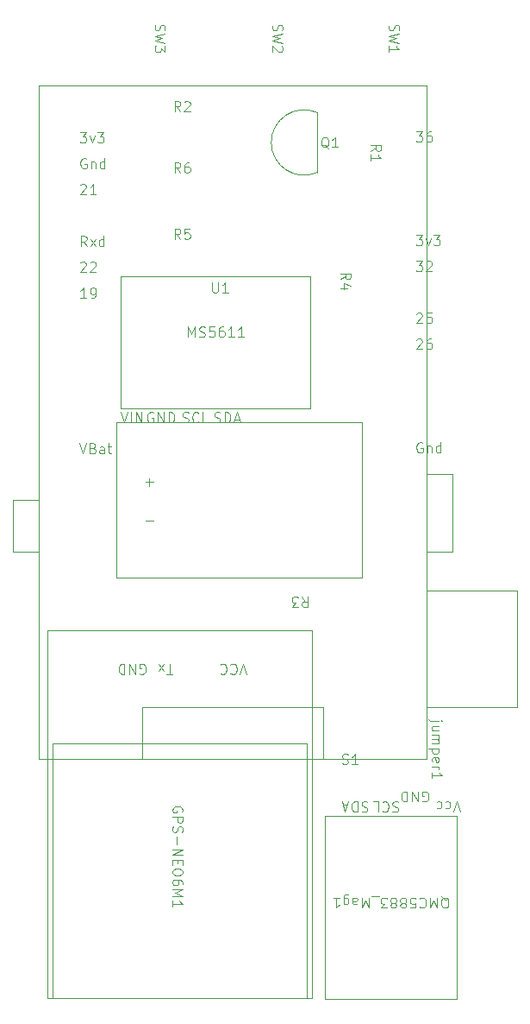
<source format=gbr>
%TF.GenerationSoftware,KiCad,Pcbnew,7.0.11+dfsg-1build4*%
%TF.CreationDate,2025-02-25T03:32:25+01:00*%
%TF.ProjectId,BertheVario213-Shema,42657274-6865-4566-9172-696f3231332d,1.11*%
%TF.SameCoordinates,Original*%
%TF.FileFunction,Legend,Top*%
%TF.FilePolarity,Positive*%
%FSLAX46Y46*%
G04 Gerber Fmt 4.6, Leading zero omitted, Abs format (unit mm)*
G04 Created by KiCad (PCBNEW 7.0.11+dfsg-1build4) date 2025-02-25 03:32:25*
%MOMM*%
%LPD*%
G01*
G04 APERTURE LIST*
%ADD10C,0.100000*%
G04 APERTURE END LIST*
D10*
X151238095Y-135909800D02*
X151380952Y-135957419D01*
X151380952Y-135957419D02*
X151619047Y-135957419D01*
X151619047Y-135957419D02*
X151714285Y-135909800D01*
X151714285Y-135909800D02*
X151761904Y-135862180D01*
X151761904Y-135862180D02*
X151809523Y-135766942D01*
X151809523Y-135766942D02*
X151809523Y-135671704D01*
X151809523Y-135671704D02*
X151761904Y-135576466D01*
X151761904Y-135576466D02*
X151714285Y-135528847D01*
X151714285Y-135528847D02*
X151619047Y-135481228D01*
X151619047Y-135481228D02*
X151428571Y-135433609D01*
X151428571Y-135433609D02*
X151333333Y-135385990D01*
X151333333Y-135385990D02*
X151285714Y-135338371D01*
X151285714Y-135338371D02*
X151238095Y-135243133D01*
X151238095Y-135243133D02*
X151238095Y-135147895D01*
X151238095Y-135147895D02*
X151285714Y-135052657D01*
X151285714Y-135052657D02*
X151333333Y-135005038D01*
X151333333Y-135005038D02*
X151428571Y-134957419D01*
X151428571Y-134957419D02*
X151666666Y-134957419D01*
X151666666Y-134957419D02*
X151809523Y-135005038D01*
X152761904Y-135957419D02*
X152190476Y-135957419D01*
X152476190Y-135957419D02*
X152476190Y-134957419D01*
X152476190Y-134957419D02*
X152380952Y-135100276D01*
X152380952Y-135100276D02*
X152285714Y-135195514D01*
X152285714Y-135195514D02*
X152190476Y-135243133D01*
X136095714Y-94059419D02*
X136095714Y-93059419D01*
X136095714Y-93059419D02*
X136429047Y-93773704D01*
X136429047Y-93773704D02*
X136762380Y-93059419D01*
X136762380Y-93059419D02*
X136762380Y-94059419D01*
X137190952Y-94011800D02*
X137333809Y-94059419D01*
X137333809Y-94059419D02*
X137571904Y-94059419D01*
X137571904Y-94059419D02*
X137667142Y-94011800D01*
X137667142Y-94011800D02*
X137714761Y-93964180D01*
X137714761Y-93964180D02*
X137762380Y-93868942D01*
X137762380Y-93868942D02*
X137762380Y-93773704D01*
X137762380Y-93773704D02*
X137714761Y-93678466D01*
X137714761Y-93678466D02*
X137667142Y-93630847D01*
X137667142Y-93630847D02*
X137571904Y-93583228D01*
X137571904Y-93583228D02*
X137381428Y-93535609D01*
X137381428Y-93535609D02*
X137286190Y-93487990D01*
X137286190Y-93487990D02*
X137238571Y-93440371D01*
X137238571Y-93440371D02*
X137190952Y-93345133D01*
X137190952Y-93345133D02*
X137190952Y-93249895D01*
X137190952Y-93249895D02*
X137238571Y-93154657D01*
X137238571Y-93154657D02*
X137286190Y-93107038D01*
X137286190Y-93107038D02*
X137381428Y-93059419D01*
X137381428Y-93059419D02*
X137619523Y-93059419D01*
X137619523Y-93059419D02*
X137762380Y-93107038D01*
X138667142Y-93059419D02*
X138190952Y-93059419D01*
X138190952Y-93059419D02*
X138143333Y-93535609D01*
X138143333Y-93535609D02*
X138190952Y-93487990D01*
X138190952Y-93487990D02*
X138286190Y-93440371D01*
X138286190Y-93440371D02*
X138524285Y-93440371D01*
X138524285Y-93440371D02*
X138619523Y-93487990D01*
X138619523Y-93487990D02*
X138667142Y-93535609D01*
X138667142Y-93535609D02*
X138714761Y-93630847D01*
X138714761Y-93630847D02*
X138714761Y-93868942D01*
X138714761Y-93868942D02*
X138667142Y-93964180D01*
X138667142Y-93964180D02*
X138619523Y-94011800D01*
X138619523Y-94011800D02*
X138524285Y-94059419D01*
X138524285Y-94059419D02*
X138286190Y-94059419D01*
X138286190Y-94059419D02*
X138190952Y-94011800D01*
X138190952Y-94011800D02*
X138143333Y-93964180D01*
X139571904Y-93059419D02*
X139381428Y-93059419D01*
X139381428Y-93059419D02*
X139286190Y-93107038D01*
X139286190Y-93107038D02*
X139238571Y-93154657D01*
X139238571Y-93154657D02*
X139143333Y-93297514D01*
X139143333Y-93297514D02*
X139095714Y-93487990D01*
X139095714Y-93487990D02*
X139095714Y-93868942D01*
X139095714Y-93868942D02*
X139143333Y-93964180D01*
X139143333Y-93964180D02*
X139190952Y-94011800D01*
X139190952Y-94011800D02*
X139286190Y-94059419D01*
X139286190Y-94059419D02*
X139476666Y-94059419D01*
X139476666Y-94059419D02*
X139571904Y-94011800D01*
X139571904Y-94011800D02*
X139619523Y-93964180D01*
X139619523Y-93964180D02*
X139667142Y-93868942D01*
X139667142Y-93868942D02*
X139667142Y-93630847D01*
X139667142Y-93630847D02*
X139619523Y-93535609D01*
X139619523Y-93535609D02*
X139571904Y-93487990D01*
X139571904Y-93487990D02*
X139476666Y-93440371D01*
X139476666Y-93440371D02*
X139286190Y-93440371D01*
X139286190Y-93440371D02*
X139190952Y-93487990D01*
X139190952Y-93487990D02*
X139143333Y-93535609D01*
X139143333Y-93535609D02*
X139095714Y-93630847D01*
X140619523Y-94059419D02*
X140048095Y-94059419D01*
X140333809Y-94059419D02*
X140333809Y-93059419D01*
X140333809Y-93059419D02*
X140238571Y-93202276D01*
X140238571Y-93202276D02*
X140143333Y-93297514D01*
X140143333Y-93297514D02*
X140048095Y-93345133D01*
X141571904Y-94059419D02*
X141000476Y-94059419D01*
X141286190Y-94059419D02*
X141286190Y-93059419D01*
X141286190Y-93059419D02*
X141190952Y-93202276D01*
X141190952Y-93202276D02*
X141095714Y-93297514D01*
X141095714Y-93297514D02*
X141000476Y-93345133D01*
X132648496Y-101500038D02*
X132553258Y-101452419D01*
X132553258Y-101452419D02*
X132410401Y-101452419D01*
X132410401Y-101452419D02*
X132267544Y-101500038D01*
X132267544Y-101500038D02*
X132172306Y-101595276D01*
X132172306Y-101595276D02*
X132124687Y-101690514D01*
X132124687Y-101690514D02*
X132077068Y-101880990D01*
X132077068Y-101880990D02*
X132077068Y-102023847D01*
X132077068Y-102023847D02*
X132124687Y-102214323D01*
X132124687Y-102214323D02*
X132172306Y-102309561D01*
X132172306Y-102309561D02*
X132267544Y-102404800D01*
X132267544Y-102404800D02*
X132410401Y-102452419D01*
X132410401Y-102452419D02*
X132505639Y-102452419D01*
X132505639Y-102452419D02*
X132648496Y-102404800D01*
X132648496Y-102404800D02*
X132696115Y-102357180D01*
X132696115Y-102357180D02*
X132696115Y-102023847D01*
X132696115Y-102023847D02*
X132505639Y-102023847D01*
X133124687Y-102452419D02*
X133124687Y-101452419D01*
X133124687Y-101452419D02*
X133696115Y-102452419D01*
X133696115Y-102452419D02*
X133696115Y-101452419D01*
X134172306Y-102452419D02*
X134172306Y-101452419D01*
X134172306Y-101452419D02*
X134410401Y-101452419D01*
X134410401Y-101452419D02*
X134553258Y-101500038D01*
X134553258Y-101500038D02*
X134648496Y-101595276D01*
X134648496Y-101595276D02*
X134696115Y-101690514D01*
X134696115Y-101690514D02*
X134743734Y-101880990D01*
X134743734Y-101880990D02*
X134743734Y-102023847D01*
X134743734Y-102023847D02*
X134696115Y-102214323D01*
X134696115Y-102214323D02*
X134648496Y-102309561D01*
X134648496Y-102309561D02*
X134553258Y-102404800D01*
X134553258Y-102404800D02*
X134410401Y-102452419D01*
X134410401Y-102452419D02*
X134172306Y-102452419D01*
X135537782Y-102404800D02*
X135680639Y-102452419D01*
X135680639Y-102452419D02*
X135918734Y-102452419D01*
X135918734Y-102452419D02*
X136013972Y-102404800D01*
X136013972Y-102404800D02*
X136061591Y-102357180D01*
X136061591Y-102357180D02*
X136109210Y-102261942D01*
X136109210Y-102261942D02*
X136109210Y-102166704D01*
X136109210Y-102166704D02*
X136061591Y-102071466D01*
X136061591Y-102071466D02*
X136013972Y-102023847D01*
X136013972Y-102023847D02*
X135918734Y-101976228D01*
X135918734Y-101976228D02*
X135728258Y-101928609D01*
X135728258Y-101928609D02*
X135633020Y-101880990D01*
X135633020Y-101880990D02*
X135585401Y-101833371D01*
X135585401Y-101833371D02*
X135537782Y-101738133D01*
X135537782Y-101738133D02*
X135537782Y-101642895D01*
X135537782Y-101642895D02*
X135585401Y-101547657D01*
X135585401Y-101547657D02*
X135633020Y-101500038D01*
X135633020Y-101500038D02*
X135728258Y-101452419D01*
X135728258Y-101452419D02*
X135966353Y-101452419D01*
X135966353Y-101452419D02*
X136109210Y-101500038D01*
X137109210Y-102357180D02*
X137061591Y-102404800D01*
X137061591Y-102404800D02*
X136918734Y-102452419D01*
X136918734Y-102452419D02*
X136823496Y-102452419D01*
X136823496Y-102452419D02*
X136680639Y-102404800D01*
X136680639Y-102404800D02*
X136585401Y-102309561D01*
X136585401Y-102309561D02*
X136537782Y-102214323D01*
X136537782Y-102214323D02*
X136490163Y-102023847D01*
X136490163Y-102023847D02*
X136490163Y-101880990D01*
X136490163Y-101880990D02*
X136537782Y-101690514D01*
X136537782Y-101690514D02*
X136585401Y-101595276D01*
X136585401Y-101595276D02*
X136680639Y-101500038D01*
X136680639Y-101500038D02*
X136823496Y-101452419D01*
X136823496Y-101452419D02*
X136918734Y-101452419D01*
X136918734Y-101452419D02*
X137061591Y-101500038D01*
X137061591Y-101500038D02*
X137109210Y-101547657D01*
X138013972Y-102452419D02*
X137537782Y-102452419D01*
X137537782Y-102452419D02*
X137537782Y-101452419D01*
X129473497Y-101452419D02*
X129806830Y-102452419D01*
X129806830Y-102452419D02*
X130140163Y-101452419D01*
X130473497Y-102452419D02*
X130473497Y-101452419D01*
X130949687Y-102452419D02*
X130949687Y-101452419D01*
X130949687Y-101452419D02*
X131521115Y-102452419D01*
X131521115Y-102452419D02*
X131521115Y-101452419D01*
X138665163Y-102404800D02*
X138808020Y-102452419D01*
X138808020Y-102452419D02*
X139046115Y-102452419D01*
X139046115Y-102452419D02*
X139141353Y-102404800D01*
X139141353Y-102404800D02*
X139188972Y-102357180D01*
X139188972Y-102357180D02*
X139236591Y-102261942D01*
X139236591Y-102261942D02*
X139236591Y-102166704D01*
X139236591Y-102166704D02*
X139188972Y-102071466D01*
X139188972Y-102071466D02*
X139141353Y-102023847D01*
X139141353Y-102023847D02*
X139046115Y-101976228D01*
X139046115Y-101976228D02*
X138855639Y-101928609D01*
X138855639Y-101928609D02*
X138760401Y-101880990D01*
X138760401Y-101880990D02*
X138712782Y-101833371D01*
X138712782Y-101833371D02*
X138665163Y-101738133D01*
X138665163Y-101738133D02*
X138665163Y-101642895D01*
X138665163Y-101642895D02*
X138712782Y-101547657D01*
X138712782Y-101547657D02*
X138760401Y-101500038D01*
X138760401Y-101500038D02*
X138855639Y-101452419D01*
X138855639Y-101452419D02*
X139093734Y-101452419D01*
X139093734Y-101452419D02*
X139236591Y-101500038D01*
X139665163Y-102452419D02*
X139665163Y-101452419D01*
X139665163Y-101452419D02*
X139903258Y-101452419D01*
X139903258Y-101452419D02*
X140046115Y-101500038D01*
X140046115Y-101500038D02*
X140141353Y-101595276D01*
X140141353Y-101595276D02*
X140188972Y-101690514D01*
X140188972Y-101690514D02*
X140236591Y-101880990D01*
X140236591Y-101880990D02*
X140236591Y-102023847D01*
X140236591Y-102023847D02*
X140188972Y-102214323D01*
X140188972Y-102214323D02*
X140141353Y-102309561D01*
X140141353Y-102309561D02*
X140046115Y-102404800D01*
X140046115Y-102404800D02*
X139903258Y-102452419D01*
X139903258Y-102452419D02*
X139665163Y-102452419D01*
X140617544Y-102166704D02*
X141093734Y-102166704D01*
X140522306Y-102452419D02*
X140855639Y-101452419D01*
X140855639Y-101452419D02*
X141188972Y-102452419D01*
X155868200Y-63456667D02*
X155820580Y-63599524D01*
X155820580Y-63599524D02*
X155820580Y-63837619D01*
X155820580Y-63837619D02*
X155868200Y-63932857D01*
X155868200Y-63932857D02*
X155915819Y-63980476D01*
X155915819Y-63980476D02*
X156011057Y-64028095D01*
X156011057Y-64028095D02*
X156106295Y-64028095D01*
X156106295Y-64028095D02*
X156201533Y-63980476D01*
X156201533Y-63980476D02*
X156249152Y-63932857D01*
X156249152Y-63932857D02*
X156296771Y-63837619D01*
X156296771Y-63837619D02*
X156344390Y-63647143D01*
X156344390Y-63647143D02*
X156392009Y-63551905D01*
X156392009Y-63551905D02*
X156439628Y-63504286D01*
X156439628Y-63504286D02*
X156534866Y-63456667D01*
X156534866Y-63456667D02*
X156630104Y-63456667D01*
X156630104Y-63456667D02*
X156725342Y-63504286D01*
X156725342Y-63504286D02*
X156772961Y-63551905D01*
X156772961Y-63551905D02*
X156820580Y-63647143D01*
X156820580Y-63647143D02*
X156820580Y-63885238D01*
X156820580Y-63885238D02*
X156772961Y-64028095D01*
X156820580Y-64361429D02*
X155820580Y-64599524D01*
X155820580Y-64599524D02*
X156534866Y-64790000D01*
X156534866Y-64790000D02*
X155820580Y-64980476D01*
X155820580Y-64980476D02*
X156820580Y-65218572D01*
X155820580Y-66123333D02*
X155820580Y-65551905D01*
X155820580Y-65837619D02*
X156820580Y-65837619D01*
X156820580Y-65837619D02*
X156677723Y-65742381D01*
X156677723Y-65742381D02*
X156582485Y-65647143D01*
X156582485Y-65647143D02*
X156534866Y-65551905D01*
X149904761Y-75552657D02*
X149809523Y-75505038D01*
X149809523Y-75505038D02*
X149714285Y-75409800D01*
X149714285Y-75409800D02*
X149571428Y-75266942D01*
X149571428Y-75266942D02*
X149476190Y-75219323D01*
X149476190Y-75219323D02*
X149380952Y-75219323D01*
X149428571Y-75457419D02*
X149333333Y-75409800D01*
X149333333Y-75409800D02*
X149238095Y-75314561D01*
X149238095Y-75314561D02*
X149190476Y-75124085D01*
X149190476Y-75124085D02*
X149190476Y-74790752D01*
X149190476Y-74790752D02*
X149238095Y-74600276D01*
X149238095Y-74600276D02*
X149333333Y-74505038D01*
X149333333Y-74505038D02*
X149428571Y-74457419D01*
X149428571Y-74457419D02*
X149619047Y-74457419D01*
X149619047Y-74457419D02*
X149714285Y-74505038D01*
X149714285Y-74505038D02*
X149809523Y-74600276D01*
X149809523Y-74600276D02*
X149857142Y-74790752D01*
X149857142Y-74790752D02*
X149857142Y-75124085D01*
X149857142Y-75124085D02*
X149809523Y-75314561D01*
X149809523Y-75314561D02*
X149714285Y-75409800D01*
X149714285Y-75409800D02*
X149619047Y-75457419D01*
X149619047Y-75457419D02*
X149428571Y-75457419D01*
X150809523Y-75457419D02*
X150238095Y-75457419D01*
X150523809Y-75457419D02*
X150523809Y-74457419D01*
X150523809Y-74457419D02*
X150428571Y-74600276D01*
X150428571Y-74600276D02*
X150333333Y-74695514D01*
X150333333Y-74695514D02*
X150238095Y-74743133D01*
X132868200Y-63456667D02*
X132820580Y-63599524D01*
X132820580Y-63599524D02*
X132820580Y-63837619D01*
X132820580Y-63837619D02*
X132868200Y-63932857D01*
X132868200Y-63932857D02*
X132915819Y-63980476D01*
X132915819Y-63980476D02*
X133011057Y-64028095D01*
X133011057Y-64028095D02*
X133106295Y-64028095D01*
X133106295Y-64028095D02*
X133201533Y-63980476D01*
X133201533Y-63980476D02*
X133249152Y-63932857D01*
X133249152Y-63932857D02*
X133296771Y-63837619D01*
X133296771Y-63837619D02*
X133344390Y-63647143D01*
X133344390Y-63647143D02*
X133392009Y-63551905D01*
X133392009Y-63551905D02*
X133439628Y-63504286D01*
X133439628Y-63504286D02*
X133534866Y-63456667D01*
X133534866Y-63456667D02*
X133630104Y-63456667D01*
X133630104Y-63456667D02*
X133725342Y-63504286D01*
X133725342Y-63504286D02*
X133772961Y-63551905D01*
X133772961Y-63551905D02*
X133820580Y-63647143D01*
X133820580Y-63647143D02*
X133820580Y-63885238D01*
X133820580Y-63885238D02*
X133772961Y-64028095D01*
X133820580Y-64361429D02*
X132820580Y-64599524D01*
X132820580Y-64599524D02*
X133534866Y-64790000D01*
X133534866Y-64790000D02*
X132820580Y-64980476D01*
X132820580Y-64980476D02*
X133820580Y-65218572D01*
X133820580Y-65504286D02*
X133820580Y-66123333D01*
X133820580Y-66123333D02*
X133439628Y-65790000D01*
X133439628Y-65790000D02*
X133439628Y-65932857D01*
X133439628Y-65932857D02*
X133392009Y-66028095D01*
X133392009Y-66028095D02*
X133344390Y-66075714D01*
X133344390Y-66075714D02*
X133249152Y-66123333D01*
X133249152Y-66123333D02*
X133011057Y-66123333D01*
X133011057Y-66123333D02*
X132915819Y-66075714D01*
X132915819Y-66075714D02*
X132868200Y-66028095D01*
X132868200Y-66028095D02*
X132820580Y-65932857D01*
X132820580Y-65932857D02*
X132820580Y-65647143D01*
X132820580Y-65647143D02*
X132868200Y-65551905D01*
X132868200Y-65551905D02*
X132915819Y-65504286D01*
X147246666Y-119542580D02*
X147579999Y-120018771D01*
X147818094Y-119542580D02*
X147818094Y-120542580D01*
X147818094Y-120542580D02*
X147437142Y-120542580D01*
X147437142Y-120542580D02*
X147341904Y-120494961D01*
X147341904Y-120494961D02*
X147294285Y-120447342D01*
X147294285Y-120447342D02*
X147246666Y-120352104D01*
X147246666Y-120352104D02*
X147246666Y-120209247D01*
X147246666Y-120209247D02*
X147294285Y-120114009D01*
X147294285Y-120114009D02*
X147341904Y-120066390D01*
X147341904Y-120066390D02*
X147437142Y-120018771D01*
X147437142Y-120018771D02*
X147818094Y-120018771D01*
X146913332Y-120542580D02*
X146294285Y-120542580D01*
X146294285Y-120542580D02*
X146627618Y-120161628D01*
X146627618Y-120161628D02*
X146484761Y-120161628D01*
X146484761Y-120161628D02*
X146389523Y-120114009D01*
X146389523Y-120114009D02*
X146341904Y-120066390D01*
X146341904Y-120066390D02*
X146294285Y-119971152D01*
X146294285Y-119971152D02*
X146294285Y-119733057D01*
X146294285Y-119733057D02*
X146341904Y-119637819D01*
X146341904Y-119637819D02*
X146389523Y-119590200D01*
X146389523Y-119590200D02*
X146484761Y-119542580D01*
X146484761Y-119542580D02*
X146770475Y-119542580D01*
X146770475Y-119542580D02*
X146865713Y-119590200D01*
X146865713Y-119590200D02*
X146913332Y-119637819D01*
X160709247Y-131714286D02*
X159852104Y-131714286D01*
X159852104Y-131714286D02*
X159756866Y-131666667D01*
X159756866Y-131666667D02*
X159709247Y-131571429D01*
X159709247Y-131571429D02*
X159709247Y-131523810D01*
X161042580Y-131714286D02*
X160994961Y-131666667D01*
X160994961Y-131666667D02*
X160947342Y-131714286D01*
X160947342Y-131714286D02*
X160994961Y-131761905D01*
X160994961Y-131761905D02*
X161042580Y-131714286D01*
X161042580Y-131714286D02*
X160947342Y-131714286D01*
X160709247Y-132619047D02*
X160042580Y-132619047D01*
X160709247Y-132190476D02*
X160185438Y-132190476D01*
X160185438Y-132190476D02*
X160090200Y-132238095D01*
X160090200Y-132238095D02*
X160042580Y-132333333D01*
X160042580Y-132333333D02*
X160042580Y-132476190D01*
X160042580Y-132476190D02*
X160090200Y-132571428D01*
X160090200Y-132571428D02*
X160137819Y-132619047D01*
X160042580Y-133095238D02*
X160709247Y-133095238D01*
X160614009Y-133095238D02*
X160661628Y-133142857D01*
X160661628Y-133142857D02*
X160709247Y-133238095D01*
X160709247Y-133238095D02*
X160709247Y-133380952D01*
X160709247Y-133380952D02*
X160661628Y-133476190D01*
X160661628Y-133476190D02*
X160566390Y-133523809D01*
X160566390Y-133523809D02*
X160042580Y-133523809D01*
X160566390Y-133523809D02*
X160661628Y-133571428D01*
X160661628Y-133571428D02*
X160709247Y-133666666D01*
X160709247Y-133666666D02*
X160709247Y-133809523D01*
X160709247Y-133809523D02*
X160661628Y-133904762D01*
X160661628Y-133904762D02*
X160566390Y-133952381D01*
X160566390Y-133952381D02*
X160042580Y-133952381D01*
X160709247Y-134428571D02*
X159709247Y-134428571D01*
X160661628Y-134428571D02*
X160709247Y-134523809D01*
X160709247Y-134523809D02*
X160709247Y-134714285D01*
X160709247Y-134714285D02*
X160661628Y-134809523D01*
X160661628Y-134809523D02*
X160614009Y-134857142D01*
X160614009Y-134857142D02*
X160518771Y-134904761D01*
X160518771Y-134904761D02*
X160233057Y-134904761D01*
X160233057Y-134904761D02*
X160137819Y-134857142D01*
X160137819Y-134857142D02*
X160090200Y-134809523D01*
X160090200Y-134809523D02*
X160042580Y-134714285D01*
X160042580Y-134714285D02*
X160042580Y-134523809D01*
X160042580Y-134523809D02*
X160090200Y-134428571D01*
X160090200Y-135714285D02*
X160042580Y-135619047D01*
X160042580Y-135619047D02*
X160042580Y-135428571D01*
X160042580Y-135428571D02*
X160090200Y-135333333D01*
X160090200Y-135333333D02*
X160185438Y-135285714D01*
X160185438Y-135285714D02*
X160566390Y-135285714D01*
X160566390Y-135285714D02*
X160661628Y-135333333D01*
X160661628Y-135333333D02*
X160709247Y-135428571D01*
X160709247Y-135428571D02*
X160709247Y-135619047D01*
X160709247Y-135619047D02*
X160661628Y-135714285D01*
X160661628Y-135714285D02*
X160566390Y-135761904D01*
X160566390Y-135761904D02*
X160471152Y-135761904D01*
X160471152Y-135761904D02*
X160375914Y-135285714D01*
X160042580Y-136190476D02*
X160709247Y-136190476D01*
X160518771Y-136190476D02*
X160614009Y-136238095D01*
X160614009Y-136238095D02*
X160661628Y-136285714D01*
X160661628Y-136285714D02*
X160709247Y-136380952D01*
X160709247Y-136380952D02*
X160709247Y-136476190D01*
X160042580Y-137333333D02*
X160042580Y-136761905D01*
X160042580Y-137047619D02*
X161042580Y-137047619D01*
X161042580Y-137047619D02*
X160899723Y-136952381D01*
X160899723Y-136952381D02*
X160804485Y-136857143D01*
X160804485Y-136857143D02*
X160756866Y-136761905D01*
X151042580Y-88413333D02*
X151518771Y-88080000D01*
X151042580Y-87841905D02*
X152042580Y-87841905D01*
X152042580Y-87841905D02*
X152042580Y-88222857D01*
X152042580Y-88222857D02*
X151994961Y-88318095D01*
X151994961Y-88318095D02*
X151947342Y-88365714D01*
X151947342Y-88365714D02*
X151852104Y-88413333D01*
X151852104Y-88413333D02*
X151709247Y-88413333D01*
X151709247Y-88413333D02*
X151614009Y-88365714D01*
X151614009Y-88365714D02*
X151566390Y-88318095D01*
X151566390Y-88318095D02*
X151518771Y-88222857D01*
X151518771Y-88222857D02*
X151518771Y-87841905D01*
X151709247Y-89270476D02*
X151042580Y-89270476D01*
X152090200Y-89032381D02*
X151375914Y-88794286D01*
X151375914Y-88794286D02*
X151375914Y-89413333D01*
X135333333Y-84457419D02*
X135000000Y-83981228D01*
X134761905Y-84457419D02*
X134761905Y-83457419D01*
X134761905Y-83457419D02*
X135142857Y-83457419D01*
X135142857Y-83457419D02*
X135238095Y-83505038D01*
X135238095Y-83505038D02*
X135285714Y-83552657D01*
X135285714Y-83552657D02*
X135333333Y-83647895D01*
X135333333Y-83647895D02*
X135333333Y-83790752D01*
X135333333Y-83790752D02*
X135285714Y-83885990D01*
X135285714Y-83885990D02*
X135238095Y-83933609D01*
X135238095Y-83933609D02*
X135142857Y-83981228D01*
X135142857Y-83981228D02*
X134761905Y-83981228D01*
X136238095Y-83457419D02*
X135761905Y-83457419D01*
X135761905Y-83457419D02*
X135714286Y-83933609D01*
X135714286Y-83933609D02*
X135761905Y-83885990D01*
X135761905Y-83885990D02*
X135857143Y-83838371D01*
X135857143Y-83838371D02*
X136095238Y-83838371D01*
X136095238Y-83838371D02*
X136190476Y-83885990D01*
X136190476Y-83885990D02*
X136238095Y-83933609D01*
X136238095Y-83933609D02*
X136285714Y-84028847D01*
X136285714Y-84028847D02*
X136285714Y-84266942D01*
X136285714Y-84266942D02*
X136238095Y-84362180D01*
X136238095Y-84362180D02*
X136190476Y-84409800D01*
X136190476Y-84409800D02*
X136095238Y-84457419D01*
X136095238Y-84457419D02*
X135857143Y-84457419D01*
X135857143Y-84457419D02*
X135761905Y-84409800D01*
X135761905Y-84409800D02*
X135714286Y-84362180D01*
X160928571Y-148947342D02*
X161023809Y-148994961D01*
X161023809Y-148994961D02*
X161119047Y-149090200D01*
X161119047Y-149090200D02*
X161261904Y-149233057D01*
X161261904Y-149233057D02*
X161357142Y-149280676D01*
X161357142Y-149280676D02*
X161452380Y-149280676D01*
X161404761Y-149042580D02*
X161499999Y-149090200D01*
X161499999Y-149090200D02*
X161595237Y-149185438D01*
X161595237Y-149185438D02*
X161642856Y-149375914D01*
X161642856Y-149375914D02*
X161642856Y-149709247D01*
X161642856Y-149709247D02*
X161595237Y-149899723D01*
X161595237Y-149899723D02*
X161499999Y-149994961D01*
X161499999Y-149994961D02*
X161404761Y-150042580D01*
X161404761Y-150042580D02*
X161214285Y-150042580D01*
X161214285Y-150042580D02*
X161119047Y-149994961D01*
X161119047Y-149994961D02*
X161023809Y-149899723D01*
X161023809Y-149899723D02*
X160976190Y-149709247D01*
X160976190Y-149709247D02*
X160976190Y-149375914D01*
X160976190Y-149375914D02*
X161023809Y-149185438D01*
X161023809Y-149185438D02*
X161119047Y-149090200D01*
X161119047Y-149090200D02*
X161214285Y-149042580D01*
X161214285Y-149042580D02*
X161404761Y-149042580D01*
X160547618Y-149042580D02*
X160547618Y-150042580D01*
X160547618Y-150042580D02*
X160214285Y-149328295D01*
X160214285Y-149328295D02*
X159880952Y-150042580D01*
X159880952Y-150042580D02*
X159880952Y-149042580D01*
X158833333Y-149137819D02*
X158880952Y-149090200D01*
X158880952Y-149090200D02*
X159023809Y-149042580D01*
X159023809Y-149042580D02*
X159119047Y-149042580D01*
X159119047Y-149042580D02*
X159261904Y-149090200D01*
X159261904Y-149090200D02*
X159357142Y-149185438D01*
X159357142Y-149185438D02*
X159404761Y-149280676D01*
X159404761Y-149280676D02*
X159452380Y-149471152D01*
X159452380Y-149471152D02*
X159452380Y-149614009D01*
X159452380Y-149614009D02*
X159404761Y-149804485D01*
X159404761Y-149804485D02*
X159357142Y-149899723D01*
X159357142Y-149899723D02*
X159261904Y-149994961D01*
X159261904Y-149994961D02*
X159119047Y-150042580D01*
X159119047Y-150042580D02*
X159023809Y-150042580D01*
X159023809Y-150042580D02*
X158880952Y-149994961D01*
X158880952Y-149994961D02*
X158833333Y-149947342D01*
X157928571Y-150042580D02*
X158404761Y-150042580D01*
X158404761Y-150042580D02*
X158452380Y-149566390D01*
X158452380Y-149566390D02*
X158404761Y-149614009D01*
X158404761Y-149614009D02*
X158309523Y-149661628D01*
X158309523Y-149661628D02*
X158071428Y-149661628D01*
X158071428Y-149661628D02*
X157976190Y-149614009D01*
X157976190Y-149614009D02*
X157928571Y-149566390D01*
X157928571Y-149566390D02*
X157880952Y-149471152D01*
X157880952Y-149471152D02*
X157880952Y-149233057D01*
X157880952Y-149233057D02*
X157928571Y-149137819D01*
X157928571Y-149137819D02*
X157976190Y-149090200D01*
X157976190Y-149090200D02*
X158071428Y-149042580D01*
X158071428Y-149042580D02*
X158309523Y-149042580D01*
X158309523Y-149042580D02*
X158404761Y-149090200D01*
X158404761Y-149090200D02*
X158452380Y-149137819D01*
X157309523Y-149614009D02*
X157404761Y-149661628D01*
X157404761Y-149661628D02*
X157452380Y-149709247D01*
X157452380Y-149709247D02*
X157499999Y-149804485D01*
X157499999Y-149804485D02*
X157499999Y-149852104D01*
X157499999Y-149852104D02*
X157452380Y-149947342D01*
X157452380Y-149947342D02*
X157404761Y-149994961D01*
X157404761Y-149994961D02*
X157309523Y-150042580D01*
X157309523Y-150042580D02*
X157119047Y-150042580D01*
X157119047Y-150042580D02*
X157023809Y-149994961D01*
X157023809Y-149994961D02*
X156976190Y-149947342D01*
X156976190Y-149947342D02*
X156928571Y-149852104D01*
X156928571Y-149852104D02*
X156928571Y-149804485D01*
X156928571Y-149804485D02*
X156976190Y-149709247D01*
X156976190Y-149709247D02*
X157023809Y-149661628D01*
X157023809Y-149661628D02*
X157119047Y-149614009D01*
X157119047Y-149614009D02*
X157309523Y-149614009D01*
X157309523Y-149614009D02*
X157404761Y-149566390D01*
X157404761Y-149566390D02*
X157452380Y-149518771D01*
X157452380Y-149518771D02*
X157499999Y-149423533D01*
X157499999Y-149423533D02*
X157499999Y-149233057D01*
X157499999Y-149233057D02*
X157452380Y-149137819D01*
X157452380Y-149137819D02*
X157404761Y-149090200D01*
X157404761Y-149090200D02*
X157309523Y-149042580D01*
X157309523Y-149042580D02*
X157119047Y-149042580D01*
X157119047Y-149042580D02*
X157023809Y-149090200D01*
X157023809Y-149090200D02*
X156976190Y-149137819D01*
X156976190Y-149137819D02*
X156928571Y-149233057D01*
X156928571Y-149233057D02*
X156928571Y-149423533D01*
X156928571Y-149423533D02*
X156976190Y-149518771D01*
X156976190Y-149518771D02*
X157023809Y-149566390D01*
X157023809Y-149566390D02*
X157119047Y-149614009D01*
X156357142Y-149614009D02*
X156452380Y-149661628D01*
X156452380Y-149661628D02*
X156499999Y-149709247D01*
X156499999Y-149709247D02*
X156547618Y-149804485D01*
X156547618Y-149804485D02*
X156547618Y-149852104D01*
X156547618Y-149852104D02*
X156499999Y-149947342D01*
X156499999Y-149947342D02*
X156452380Y-149994961D01*
X156452380Y-149994961D02*
X156357142Y-150042580D01*
X156357142Y-150042580D02*
X156166666Y-150042580D01*
X156166666Y-150042580D02*
X156071428Y-149994961D01*
X156071428Y-149994961D02*
X156023809Y-149947342D01*
X156023809Y-149947342D02*
X155976190Y-149852104D01*
X155976190Y-149852104D02*
X155976190Y-149804485D01*
X155976190Y-149804485D02*
X156023809Y-149709247D01*
X156023809Y-149709247D02*
X156071428Y-149661628D01*
X156071428Y-149661628D02*
X156166666Y-149614009D01*
X156166666Y-149614009D02*
X156357142Y-149614009D01*
X156357142Y-149614009D02*
X156452380Y-149566390D01*
X156452380Y-149566390D02*
X156499999Y-149518771D01*
X156499999Y-149518771D02*
X156547618Y-149423533D01*
X156547618Y-149423533D02*
X156547618Y-149233057D01*
X156547618Y-149233057D02*
X156499999Y-149137819D01*
X156499999Y-149137819D02*
X156452380Y-149090200D01*
X156452380Y-149090200D02*
X156357142Y-149042580D01*
X156357142Y-149042580D02*
X156166666Y-149042580D01*
X156166666Y-149042580D02*
X156071428Y-149090200D01*
X156071428Y-149090200D02*
X156023809Y-149137819D01*
X156023809Y-149137819D02*
X155976190Y-149233057D01*
X155976190Y-149233057D02*
X155976190Y-149423533D01*
X155976190Y-149423533D02*
X156023809Y-149518771D01*
X156023809Y-149518771D02*
X156071428Y-149566390D01*
X156071428Y-149566390D02*
X156166666Y-149614009D01*
X155642856Y-150042580D02*
X155023809Y-150042580D01*
X155023809Y-150042580D02*
X155357142Y-149661628D01*
X155357142Y-149661628D02*
X155214285Y-149661628D01*
X155214285Y-149661628D02*
X155119047Y-149614009D01*
X155119047Y-149614009D02*
X155071428Y-149566390D01*
X155071428Y-149566390D02*
X155023809Y-149471152D01*
X155023809Y-149471152D02*
X155023809Y-149233057D01*
X155023809Y-149233057D02*
X155071428Y-149137819D01*
X155071428Y-149137819D02*
X155119047Y-149090200D01*
X155119047Y-149090200D02*
X155214285Y-149042580D01*
X155214285Y-149042580D02*
X155499999Y-149042580D01*
X155499999Y-149042580D02*
X155595237Y-149090200D01*
X155595237Y-149090200D02*
X155642856Y-149137819D01*
X154833333Y-148947342D02*
X154071428Y-148947342D01*
X153833332Y-149042580D02*
X153833332Y-150042580D01*
X153833332Y-150042580D02*
X153499999Y-149328295D01*
X153499999Y-149328295D02*
X153166666Y-150042580D01*
X153166666Y-150042580D02*
X153166666Y-149042580D01*
X152261904Y-149042580D02*
X152261904Y-149566390D01*
X152261904Y-149566390D02*
X152309523Y-149661628D01*
X152309523Y-149661628D02*
X152404761Y-149709247D01*
X152404761Y-149709247D02*
X152595237Y-149709247D01*
X152595237Y-149709247D02*
X152690475Y-149661628D01*
X152261904Y-149090200D02*
X152357142Y-149042580D01*
X152357142Y-149042580D02*
X152595237Y-149042580D01*
X152595237Y-149042580D02*
X152690475Y-149090200D01*
X152690475Y-149090200D02*
X152738094Y-149185438D01*
X152738094Y-149185438D02*
X152738094Y-149280676D01*
X152738094Y-149280676D02*
X152690475Y-149375914D01*
X152690475Y-149375914D02*
X152595237Y-149423533D01*
X152595237Y-149423533D02*
X152357142Y-149423533D01*
X152357142Y-149423533D02*
X152261904Y-149471152D01*
X151357142Y-149709247D02*
X151357142Y-148899723D01*
X151357142Y-148899723D02*
X151404761Y-148804485D01*
X151404761Y-148804485D02*
X151452380Y-148756866D01*
X151452380Y-148756866D02*
X151547618Y-148709247D01*
X151547618Y-148709247D02*
X151690475Y-148709247D01*
X151690475Y-148709247D02*
X151785713Y-148756866D01*
X151357142Y-149090200D02*
X151452380Y-149042580D01*
X151452380Y-149042580D02*
X151642856Y-149042580D01*
X151642856Y-149042580D02*
X151738094Y-149090200D01*
X151738094Y-149090200D02*
X151785713Y-149137819D01*
X151785713Y-149137819D02*
X151833332Y-149233057D01*
X151833332Y-149233057D02*
X151833332Y-149518771D01*
X151833332Y-149518771D02*
X151785713Y-149614009D01*
X151785713Y-149614009D02*
X151738094Y-149661628D01*
X151738094Y-149661628D02*
X151642856Y-149709247D01*
X151642856Y-149709247D02*
X151452380Y-149709247D01*
X151452380Y-149709247D02*
X151357142Y-149661628D01*
X150357142Y-149042580D02*
X150928570Y-149042580D01*
X150642856Y-149042580D02*
X150642856Y-150042580D01*
X150642856Y-150042580D02*
X150738094Y-149899723D01*
X150738094Y-149899723D02*
X150833332Y-149804485D01*
X150833332Y-149804485D02*
X150928570Y-149756866D01*
X156743734Y-139675200D02*
X156600877Y-139627580D01*
X156600877Y-139627580D02*
X156362782Y-139627580D01*
X156362782Y-139627580D02*
X156267544Y-139675200D01*
X156267544Y-139675200D02*
X156219925Y-139722819D01*
X156219925Y-139722819D02*
X156172306Y-139818057D01*
X156172306Y-139818057D02*
X156172306Y-139913295D01*
X156172306Y-139913295D02*
X156219925Y-140008533D01*
X156219925Y-140008533D02*
X156267544Y-140056152D01*
X156267544Y-140056152D02*
X156362782Y-140103771D01*
X156362782Y-140103771D02*
X156553258Y-140151390D01*
X156553258Y-140151390D02*
X156648496Y-140199009D01*
X156648496Y-140199009D02*
X156696115Y-140246628D01*
X156696115Y-140246628D02*
X156743734Y-140341866D01*
X156743734Y-140341866D02*
X156743734Y-140437104D01*
X156743734Y-140437104D02*
X156696115Y-140532342D01*
X156696115Y-140532342D02*
X156648496Y-140579961D01*
X156648496Y-140579961D02*
X156553258Y-140627580D01*
X156553258Y-140627580D02*
X156315163Y-140627580D01*
X156315163Y-140627580D02*
X156172306Y-140579961D01*
X155172306Y-139722819D02*
X155219925Y-139675200D01*
X155219925Y-139675200D02*
X155362782Y-139627580D01*
X155362782Y-139627580D02*
X155458020Y-139627580D01*
X155458020Y-139627580D02*
X155600877Y-139675200D01*
X155600877Y-139675200D02*
X155696115Y-139770438D01*
X155696115Y-139770438D02*
X155743734Y-139865676D01*
X155743734Y-139865676D02*
X155791353Y-140056152D01*
X155791353Y-140056152D02*
X155791353Y-140199009D01*
X155791353Y-140199009D02*
X155743734Y-140389485D01*
X155743734Y-140389485D02*
X155696115Y-140484723D01*
X155696115Y-140484723D02*
X155600877Y-140579961D01*
X155600877Y-140579961D02*
X155458020Y-140627580D01*
X155458020Y-140627580D02*
X155362782Y-140627580D01*
X155362782Y-140627580D02*
X155219925Y-140579961D01*
X155219925Y-140579961D02*
X155172306Y-140532342D01*
X154267544Y-139627580D02*
X154743734Y-139627580D01*
X154743734Y-139627580D02*
X154743734Y-140627580D01*
X153703734Y-139675200D02*
X153560877Y-139627580D01*
X153560877Y-139627580D02*
X153322782Y-139627580D01*
X153322782Y-139627580D02*
X153227544Y-139675200D01*
X153227544Y-139675200D02*
X153179925Y-139722819D01*
X153179925Y-139722819D02*
X153132306Y-139818057D01*
X153132306Y-139818057D02*
X153132306Y-139913295D01*
X153132306Y-139913295D02*
X153179925Y-140008533D01*
X153179925Y-140008533D02*
X153227544Y-140056152D01*
X153227544Y-140056152D02*
X153322782Y-140103771D01*
X153322782Y-140103771D02*
X153513258Y-140151390D01*
X153513258Y-140151390D02*
X153608496Y-140199009D01*
X153608496Y-140199009D02*
X153656115Y-140246628D01*
X153656115Y-140246628D02*
X153703734Y-140341866D01*
X153703734Y-140341866D02*
X153703734Y-140437104D01*
X153703734Y-140437104D02*
X153656115Y-140532342D01*
X153656115Y-140532342D02*
X153608496Y-140579961D01*
X153608496Y-140579961D02*
X153513258Y-140627580D01*
X153513258Y-140627580D02*
X153275163Y-140627580D01*
X153275163Y-140627580D02*
X153132306Y-140579961D01*
X152703734Y-139627580D02*
X152703734Y-140627580D01*
X152703734Y-140627580D02*
X152465639Y-140627580D01*
X152465639Y-140627580D02*
X152322782Y-140579961D01*
X152322782Y-140579961D02*
X152227544Y-140484723D01*
X152227544Y-140484723D02*
X152179925Y-140389485D01*
X152179925Y-140389485D02*
X152132306Y-140199009D01*
X152132306Y-140199009D02*
X152132306Y-140056152D01*
X152132306Y-140056152D02*
X152179925Y-139865676D01*
X152179925Y-139865676D02*
X152227544Y-139770438D01*
X152227544Y-139770438D02*
X152322782Y-139675200D01*
X152322782Y-139675200D02*
X152465639Y-139627580D01*
X152465639Y-139627580D02*
X152703734Y-139627580D01*
X151751353Y-139913295D02*
X151275163Y-139913295D01*
X151846591Y-139627580D02*
X151513258Y-140627580D01*
X151513258Y-140627580D02*
X151179925Y-139627580D01*
X159132306Y-139579961D02*
X159227544Y-139627580D01*
X159227544Y-139627580D02*
X159370401Y-139627580D01*
X159370401Y-139627580D02*
X159513258Y-139579961D01*
X159513258Y-139579961D02*
X159608496Y-139484723D01*
X159608496Y-139484723D02*
X159656115Y-139389485D01*
X159656115Y-139389485D02*
X159703734Y-139199009D01*
X159703734Y-139199009D02*
X159703734Y-139056152D01*
X159703734Y-139056152D02*
X159656115Y-138865676D01*
X159656115Y-138865676D02*
X159608496Y-138770438D01*
X159608496Y-138770438D02*
X159513258Y-138675200D01*
X159513258Y-138675200D02*
X159370401Y-138627580D01*
X159370401Y-138627580D02*
X159275163Y-138627580D01*
X159275163Y-138627580D02*
X159132306Y-138675200D01*
X159132306Y-138675200D02*
X159084687Y-138722819D01*
X159084687Y-138722819D02*
X159084687Y-139056152D01*
X159084687Y-139056152D02*
X159275163Y-139056152D01*
X158656115Y-138627580D02*
X158656115Y-139627580D01*
X158656115Y-139627580D02*
X158084687Y-138627580D01*
X158084687Y-138627580D02*
X158084687Y-139627580D01*
X157608496Y-138627580D02*
X157608496Y-139627580D01*
X157608496Y-139627580D02*
X157370401Y-139627580D01*
X157370401Y-139627580D02*
X157227544Y-139579961D01*
X157227544Y-139579961D02*
X157132306Y-139484723D01*
X157132306Y-139484723D02*
X157084687Y-139389485D01*
X157084687Y-139389485D02*
X157037068Y-139199009D01*
X157037068Y-139199009D02*
X157037068Y-139056152D01*
X157037068Y-139056152D02*
X157084687Y-138865676D01*
X157084687Y-138865676D02*
X157132306Y-138770438D01*
X157132306Y-138770438D02*
X157227544Y-138675200D01*
X157227544Y-138675200D02*
X157370401Y-138627580D01*
X157370401Y-138627580D02*
X157608496Y-138627580D01*
X162798972Y-140627580D02*
X162465639Y-139627580D01*
X162465639Y-139627580D02*
X162132306Y-140627580D01*
X161370401Y-139675200D02*
X161465639Y-139627580D01*
X161465639Y-139627580D02*
X161656115Y-139627580D01*
X161656115Y-139627580D02*
X161751353Y-139675200D01*
X161751353Y-139675200D02*
X161798972Y-139722819D01*
X161798972Y-139722819D02*
X161846591Y-139818057D01*
X161846591Y-139818057D02*
X161846591Y-140103771D01*
X161846591Y-140103771D02*
X161798972Y-140199009D01*
X161798972Y-140199009D02*
X161751353Y-140246628D01*
X161751353Y-140246628D02*
X161656115Y-140294247D01*
X161656115Y-140294247D02*
X161465639Y-140294247D01*
X161465639Y-140294247D02*
X161370401Y-140246628D01*
X160513258Y-139675200D02*
X160608496Y-139627580D01*
X160608496Y-139627580D02*
X160798972Y-139627580D01*
X160798972Y-139627580D02*
X160894210Y-139675200D01*
X160894210Y-139675200D02*
X160941829Y-139722819D01*
X160941829Y-139722819D02*
X160989448Y-139818057D01*
X160989448Y-139818057D02*
X160989448Y-140103771D01*
X160989448Y-140103771D02*
X160941829Y-140199009D01*
X160941829Y-140199009D02*
X160894210Y-140246628D01*
X160894210Y-140246628D02*
X160798972Y-140294247D01*
X160798972Y-140294247D02*
X160608496Y-140294247D01*
X160608496Y-140294247D02*
X160513258Y-140246628D01*
X138458095Y-88717419D02*
X138458095Y-89526942D01*
X138458095Y-89526942D02*
X138505714Y-89622180D01*
X138505714Y-89622180D02*
X138553333Y-89669800D01*
X138553333Y-89669800D02*
X138648571Y-89717419D01*
X138648571Y-89717419D02*
X138839047Y-89717419D01*
X138839047Y-89717419D02*
X138934285Y-89669800D01*
X138934285Y-89669800D02*
X138981904Y-89622180D01*
X138981904Y-89622180D02*
X139029523Y-89526942D01*
X139029523Y-89526942D02*
X139029523Y-88717419D01*
X140029523Y-89717419D02*
X139458095Y-89717419D01*
X139743809Y-89717419D02*
X139743809Y-88717419D01*
X139743809Y-88717419D02*
X139648571Y-88860276D01*
X139648571Y-88860276D02*
X139553333Y-88955514D01*
X139553333Y-88955514D02*
X139458095Y-89003133D01*
X158478646Y-73932419D02*
X159097693Y-73932419D01*
X159097693Y-73932419D02*
X158764360Y-74313371D01*
X158764360Y-74313371D02*
X158907217Y-74313371D01*
X158907217Y-74313371D02*
X159002455Y-74360990D01*
X159002455Y-74360990D02*
X159050074Y-74408609D01*
X159050074Y-74408609D02*
X159097693Y-74503847D01*
X159097693Y-74503847D02*
X159097693Y-74741942D01*
X159097693Y-74741942D02*
X159050074Y-74837180D01*
X159050074Y-74837180D02*
X159002455Y-74884800D01*
X159002455Y-74884800D02*
X158907217Y-74932419D01*
X158907217Y-74932419D02*
X158621503Y-74932419D01*
X158621503Y-74932419D02*
X158526265Y-74884800D01*
X158526265Y-74884800D02*
X158478646Y-74837180D01*
X159954836Y-73932419D02*
X159764360Y-73932419D01*
X159764360Y-73932419D02*
X159669122Y-73980038D01*
X159669122Y-73980038D02*
X159621503Y-74027657D01*
X159621503Y-74027657D02*
X159526265Y-74170514D01*
X159526265Y-74170514D02*
X159478646Y-74360990D01*
X159478646Y-74360990D02*
X159478646Y-74741942D01*
X159478646Y-74741942D02*
X159526265Y-74837180D01*
X159526265Y-74837180D02*
X159573884Y-74884800D01*
X159573884Y-74884800D02*
X159669122Y-74932419D01*
X159669122Y-74932419D02*
X159859598Y-74932419D01*
X159859598Y-74932419D02*
X159954836Y-74884800D01*
X159954836Y-74884800D02*
X160002455Y-74837180D01*
X160002455Y-74837180D02*
X160050074Y-74741942D01*
X160050074Y-74741942D02*
X160050074Y-74503847D01*
X160050074Y-74503847D02*
X160002455Y-74408609D01*
X160002455Y-74408609D02*
X159954836Y-74360990D01*
X159954836Y-74360990D02*
X159859598Y-74313371D01*
X159859598Y-74313371D02*
X159669122Y-74313371D01*
X159669122Y-74313371D02*
X159573884Y-74360990D01*
X159573884Y-74360990D02*
X159526265Y-74408609D01*
X159526265Y-74408609D02*
X159478646Y-74503847D01*
X158526265Y-94347657D02*
X158573884Y-94300038D01*
X158573884Y-94300038D02*
X158669122Y-94252419D01*
X158669122Y-94252419D02*
X158907217Y-94252419D01*
X158907217Y-94252419D02*
X159002455Y-94300038D01*
X159002455Y-94300038D02*
X159050074Y-94347657D01*
X159050074Y-94347657D02*
X159097693Y-94442895D01*
X159097693Y-94442895D02*
X159097693Y-94538133D01*
X159097693Y-94538133D02*
X159050074Y-94680990D01*
X159050074Y-94680990D02*
X158478646Y-95252419D01*
X158478646Y-95252419D02*
X159097693Y-95252419D01*
X159954836Y-94252419D02*
X159764360Y-94252419D01*
X159764360Y-94252419D02*
X159669122Y-94300038D01*
X159669122Y-94300038D02*
X159621503Y-94347657D01*
X159621503Y-94347657D02*
X159526265Y-94490514D01*
X159526265Y-94490514D02*
X159478646Y-94680990D01*
X159478646Y-94680990D02*
X159478646Y-95061942D01*
X159478646Y-95061942D02*
X159526265Y-95157180D01*
X159526265Y-95157180D02*
X159573884Y-95204800D01*
X159573884Y-95204800D02*
X159669122Y-95252419D01*
X159669122Y-95252419D02*
X159859598Y-95252419D01*
X159859598Y-95252419D02*
X159954836Y-95204800D01*
X159954836Y-95204800D02*
X160002455Y-95157180D01*
X160002455Y-95157180D02*
X160050074Y-95061942D01*
X160050074Y-95061942D02*
X160050074Y-94823847D01*
X160050074Y-94823847D02*
X160002455Y-94728609D01*
X160002455Y-94728609D02*
X159954836Y-94680990D01*
X159954836Y-94680990D02*
X159859598Y-94633371D01*
X159859598Y-94633371D02*
X159669122Y-94633371D01*
X159669122Y-94633371D02*
X159573884Y-94680990D01*
X159573884Y-94680990D02*
X159526265Y-94728609D01*
X159526265Y-94728609D02*
X159478646Y-94823847D01*
X125411027Y-104492419D02*
X125744360Y-105492419D01*
X125744360Y-105492419D02*
X126077693Y-104492419D01*
X126744360Y-104968609D02*
X126887217Y-105016228D01*
X126887217Y-105016228D02*
X126934836Y-105063847D01*
X126934836Y-105063847D02*
X126982455Y-105159085D01*
X126982455Y-105159085D02*
X126982455Y-105301942D01*
X126982455Y-105301942D02*
X126934836Y-105397180D01*
X126934836Y-105397180D02*
X126887217Y-105444800D01*
X126887217Y-105444800D02*
X126791979Y-105492419D01*
X126791979Y-105492419D02*
X126411027Y-105492419D01*
X126411027Y-105492419D02*
X126411027Y-104492419D01*
X126411027Y-104492419D02*
X126744360Y-104492419D01*
X126744360Y-104492419D02*
X126839598Y-104540038D01*
X126839598Y-104540038D02*
X126887217Y-104587657D01*
X126887217Y-104587657D02*
X126934836Y-104682895D01*
X126934836Y-104682895D02*
X126934836Y-104778133D01*
X126934836Y-104778133D02*
X126887217Y-104873371D01*
X126887217Y-104873371D02*
X126839598Y-104920990D01*
X126839598Y-104920990D02*
X126744360Y-104968609D01*
X126744360Y-104968609D02*
X126411027Y-104968609D01*
X127839598Y-105492419D02*
X127839598Y-104968609D01*
X127839598Y-104968609D02*
X127791979Y-104873371D01*
X127791979Y-104873371D02*
X127696741Y-104825752D01*
X127696741Y-104825752D02*
X127506265Y-104825752D01*
X127506265Y-104825752D02*
X127411027Y-104873371D01*
X127839598Y-105444800D02*
X127744360Y-105492419D01*
X127744360Y-105492419D02*
X127506265Y-105492419D01*
X127506265Y-105492419D02*
X127411027Y-105444800D01*
X127411027Y-105444800D02*
X127363408Y-105349561D01*
X127363408Y-105349561D02*
X127363408Y-105254323D01*
X127363408Y-105254323D02*
X127411027Y-105159085D01*
X127411027Y-105159085D02*
X127506265Y-105111466D01*
X127506265Y-105111466D02*
X127744360Y-105111466D01*
X127744360Y-105111466D02*
X127839598Y-105063847D01*
X128172932Y-104825752D02*
X128553884Y-104825752D01*
X128315789Y-104492419D02*
X128315789Y-105349561D01*
X128315789Y-105349561D02*
X128363408Y-105444800D01*
X128363408Y-105444800D02*
X128458646Y-105492419D01*
X128458646Y-105492419D02*
X128553884Y-105492419D01*
X125506265Y-86807657D02*
X125553884Y-86760038D01*
X125553884Y-86760038D02*
X125649122Y-86712419D01*
X125649122Y-86712419D02*
X125887217Y-86712419D01*
X125887217Y-86712419D02*
X125982455Y-86760038D01*
X125982455Y-86760038D02*
X126030074Y-86807657D01*
X126030074Y-86807657D02*
X126077693Y-86902895D01*
X126077693Y-86902895D02*
X126077693Y-86998133D01*
X126077693Y-86998133D02*
X126030074Y-87140990D01*
X126030074Y-87140990D02*
X125458646Y-87712419D01*
X125458646Y-87712419D02*
X126077693Y-87712419D01*
X126458646Y-86807657D02*
X126506265Y-86760038D01*
X126506265Y-86760038D02*
X126601503Y-86712419D01*
X126601503Y-86712419D02*
X126839598Y-86712419D01*
X126839598Y-86712419D02*
X126934836Y-86760038D01*
X126934836Y-86760038D02*
X126982455Y-86807657D01*
X126982455Y-86807657D02*
X127030074Y-86902895D01*
X127030074Y-86902895D02*
X127030074Y-86998133D01*
X127030074Y-86998133D02*
X126982455Y-87140990D01*
X126982455Y-87140990D02*
X126411027Y-87712419D01*
X126411027Y-87712419D02*
X127030074Y-87712419D01*
X125458646Y-74012419D02*
X126077693Y-74012419D01*
X126077693Y-74012419D02*
X125744360Y-74393371D01*
X125744360Y-74393371D02*
X125887217Y-74393371D01*
X125887217Y-74393371D02*
X125982455Y-74440990D01*
X125982455Y-74440990D02*
X126030074Y-74488609D01*
X126030074Y-74488609D02*
X126077693Y-74583847D01*
X126077693Y-74583847D02*
X126077693Y-74821942D01*
X126077693Y-74821942D02*
X126030074Y-74917180D01*
X126030074Y-74917180D02*
X125982455Y-74964800D01*
X125982455Y-74964800D02*
X125887217Y-75012419D01*
X125887217Y-75012419D02*
X125601503Y-75012419D01*
X125601503Y-75012419D02*
X125506265Y-74964800D01*
X125506265Y-74964800D02*
X125458646Y-74917180D01*
X126411027Y-74345752D02*
X126649122Y-75012419D01*
X126649122Y-75012419D02*
X126887217Y-74345752D01*
X127172932Y-74012419D02*
X127791979Y-74012419D01*
X127791979Y-74012419D02*
X127458646Y-74393371D01*
X127458646Y-74393371D02*
X127601503Y-74393371D01*
X127601503Y-74393371D02*
X127696741Y-74440990D01*
X127696741Y-74440990D02*
X127744360Y-74488609D01*
X127744360Y-74488609D02*
X127791979Y-74583847D01*
X127791979Y-74583847D02*
X127791979Y-74821942D01*
X127791979Y-74821942D02*
X127744360Y-74917180D01*
X127744360Y-74917180D02*
X127696741Y-74964800D01*
X127696741Y-74964800D02*
X127601503Y-75012419D01*
X127601503Y-75012419D02*
X127315789Y-75012419D01*
X127315789Y-75012419D02*
X127220551Y-74964800D01*
X127220551Y-74964800D02*
X127172932Y-74917180D01*
X158478646Y-84092419D02*
X159097693Y-84092419D01*
X159097693Y-84092419D02*
X158764360Y-84473371D01*
X158764360Y-84473371D02*
X158907217Y-84473371D01*
X158907217Y-84473371D02*
X159002455Y-84520990D01*
X159002455Y-84520990D02*
X159050074Y-84568609D01*
X159050074Y-84568609D02*
X159097693Y-84663847D01*
X159097693Y-84663847D02*
X159097693Y-84901942D01*
X159097693Y-84901942D02*
X159050074Y-84997180D01*
X159050074Y-84997180D02*
X159002455Y-85044800D01*
X159002455Y-85044800D02*
X158907217Y-85092419D01*
X158907217Y-85092419D02*
X158621503Y-85092419D01*
X158621503Y-85092419D02*
X158526265Y-85044800D01*
X158526265Y-85044800D02*
X158478646Y-84997180D01*
X159431027Y-84425752D02*
X159669122Y-85092419D01*
X159669122Y-85092419D02*
X159907217Y-84425752D01*
X160192932Y-84092419D02*
X160811979Y-84092419D01*
X160811979Y-84092419D02*
X160478646Y-84473371D01*
X160478646Y-84473371D02*
X160621503Y-84473371D01*
X160621503Y-84473371D02*
X160716741Y-84520990D01*
X160716741Y-84520990D02*
X160764360Y-84568609D01*
X160764360Y-84568609D02*
X160811979Y-84663847D01*
X160811979Y-84663847D02*
X160811979Y-84901942D01*
X160811979Y-84901942D02*
X160764360Y-84997180D01*
X160764360Y-84997180D02*
X160716741Y-85044800D01*
X160716741Y-85044800D02*
X160621503Y-85092419D01*
X160621503Y-85092419D02*
X160335789Y-85092419D01*
X160335789Y-85092419D02*
X160240551Y-85044800D01*
X160240551Y-85044800D02*
X160192932Y-84997180D01*
X131903884Y-112111466D02*
X132665789Y-112111466D01*
X131903884Y-108301466D02*
X132665789Y-108301466D01*
X132284836Y-108682419D02*
X132284836Y-107920514D01*
X126077693Y-76600038D02*
X125982455Y-76552419D01*
X125982455Y-76552419D02*
X125839598Y-76552419D01*
X125839598Y-76552419D02*
X125696741Y-76600038D01*
X125696741Y-76600038D02*
X125601503Y-76695276D01*
X125601503Y-76695276D02*
X125553884Y-76790514D01*
X125553884Y-76790514D02*
X125506265Y-76980990D01*
X125506265Y-76980990D02*
X125506265Y-77123847D01*
X125506265Y-77123847D02*
X125553884Y-77314323D01*
X125553884Y-77314323D02*
X125601503Y-77409561D01*
X125601503Y-77409561D02*
X125696741Y-77504800D01*
X125696741Y-77504800D02*
X125839598Y-77552419D01*
X125839598Y-77552419D02*
X125934836Y-77552419D01*
X125934836Y-77552419D02*
X126077693Y-77504800D01*
X126077693Y-77504800D02*
X126125312Y-77457180D01*
X126125312Y-77457180D02*
X126125312Y-77123847D01*
X126125312Y-77123847D02*
X125934836Y-77123847D01*
X126553884Y-76885752D02*
X126553884Y-77552419D01*
X126553884Y-76980990D02*
X126601503Y-76933371D01*
X126601503Y-76933371D02*
X126696741Y-76885752D01*
X126696741Y-76885752D02*
X126839598Y-76885752D01*
X126839598Y-76885752D02*
X126934836Y-76933371D01*
X126934836Y-76933371D02*
X126982455Y-77028609D01*
X126982455Y-77028609D02*
X126982455Y-77552419D01*
X127887217Y-77552419D02*
X127887217Y-76552419D01*
X127887217Y-77504800D02*
X127791979Y-77552419D01*
X127791979Y-77552419D02*
X127601503Y-77552419D01*
X127601503Y-77552419D02*
X127506265Y-77504800D01*
X127506265Y-77504800D02*
X127458646Y-77457180D01*
X127458646Y-77457180D02*
X127411027Y-77361942D01*
X127411027Y-77361942D02*
X127411027Y-77076228D01*
X127411027Y-77076228D02*
X127458646Y-76980990D01*
X127458646Y-76980990D02*
X127506265Y-76933371D01*
X127506265Y-76933371D02*
X127601503Y-76885752D01*
X127601503Y-76885752D02*
X127791979Y-76885752D01*
X127791979Y-76885752D02*
X127887217Y-76933371D01*
X125506265Y-79187657D02*
X125553884Y-79140038D01*
X125553884Y-79140038D02*
X125649122Y-79092419D01*
X125649122Y-79092419D02*
X125887217Y-79092419D01*
X125887217Y-79092419D02*
X125982455Y-79140038D01*
X125982455Y-79140038D02*
X126030074Y-79187657D01*
X126030074Y-79187657D02*
X126077693Y-79282895D01*
X126077693Y-79282895D02*
X126077693Y-79378133D01*
X126077693Y-79378133D02*
X126030074Y-79520990D01*
X126030074Y-79520990D02*
X125458646Y-80092419D01*
X125458646Y-80092419D02*
X126077693Y-80092419D01*
X127030074Y-80092419D02*
X126458646Y-80092419D01*
X126744360Y-80092419D02*
X126744360Y-79092419D01*
X126744360Y-79092419D02*
X126649122Y-79235276D01*
X126649122Y-79235276D02*
X126553884Y-79330514D01*
X126553884Y-79330514D02*
X126458646Y-79378133D01*
X159097693Y-104460038D02*
X159002455Y-104412419D01*
X159002455Y-104412419D02*
X158859598Y-104412419D01*
X158859598Y-104412419D02*
X158716741Y-104460038D01*
X158716741Y-104460038D02*
X158621503Y-104555276D01*
X158621503Y-104555276D02*
X158573884Y-104650514D01*
X158573884Y-104650514D02*
X158526265Y-104840990D01*
X158526265Y-104840990D02*
X158526265Y-104983847D01*
X158526265Y-104983847D02*
X158573884Y-105174323D01*
X158573884Y-105174323D02*
X158621503Y-105269561D01*
X158621503Y-105269561D02*
X158716741Y-105364800D01*
X158716741Y-105364800D02*
X158859598Y-105412419D01*
X158859598Y-105412419D02*
X158954836Y-105412419D01*
X158954836Y-105412419D02*
X159097693Y-105364800D01*
X159097693Y-105364800D02*
X159145312Y-105317180D01*
X159145312Y-105317180D02*
X159145312Y-104983847D01*
X159145312Y-104983847D02*
X158954836Y-104983847D01*
X159573884Y-104745752D02*
X159573884Y-105412419D01*
X159573884Y-104840990D02*
X159621503Y-104793371D01*
X159621503Y-104793371D02*
X159716741Y-104745752D01*
X159716741Y-104745752D02*
X159859598Y-104745752D01*
X159859598Y-104745752D02*
X159954836Y-104793371D01*
X159954836Y-104793371D02*
X160002455Y-104888609D01*
X160002455Y-104888609D02*
X160002455Y-105412419D01*
X160907217Y-105412419D02*
X160907217Y-104412419D01*
X160907217Y-105364800D02*
X160811979Y-105412419D01*
X160811979Y-105412419D02*
X160621503Y-105412419D01*
X160621503Y-105412419D02*
X160526265Y-105364800D01*
X160526265Y-105364800D02*
X160478646Y-105317180D01*
X160478646Y-105317180D02*
X160431027Y-105221942D01*
X160431027Y-105221942D02*
X160431027Y-104936228D01*
X160431027Y-104936228D02*
X160478646Y-104840990D01*
X160478646Y-104840990D02*
X160526265Y-104793371D01*
X160526265Y-104793371D02*
X160621503Y-104745752D01*
X160621503Y-104745752D02*
X160811979Y-104745752D01*
X160811979Y-104745752D02*
X160907217Y-104793371D01*
X158526265Y-91807657D02*
X158573884Y-91760038D01*
X158573884Y-91760038D02*
X158669122Y-91712419D01*
X158669122Y-91712419D02*
X158907217Y-91712419D01*
X158907217Y-91712419D02*
X159002455Y-91760038D01*
X159002455Y-91760038D02*
X159050074Y-91807657D01*
X159050074Y-91807657D02*
X159097693Y-91902895D01*
X159097693Y-91902895D02*
X159097693Y-91998133D01*
X159097693Y-91998133D02*
X159050074Y-92140990D01*
X159050074Y-92140990D02*
X158478646Y-92712419D01*
X158478646Y-92712419D02*
X159097693Y-92712419D01*
X160002455Y-91712419D02*
X159526265Y-91712419D01*
X159526265Y-91712419D02*
X159478646Y-92188609D01*
X159478646Y-92188609D02*
X159526265Y-92140990D01*
X159526265Y-92140990D02*
X159621503Y-92093371D01*
X159621503Y-92093371D02*
X159859598Y-92093371D01*
X159859598Y-92093371D02*
X159954836Y-92140990D01*
X159954836Y-92140990D02*
X160002455Y-92188609D01*
X160002455Y-92188609D02*
X160050074Y-92283847D01*
X160050074Y-92283847D02*
X160050074Y-92521942D01*
X160050074Y-92521942D02*
X160002455Y-92617180D01*
X160002455Y-92617180D02*
X159954836Y-92664800D01*
X159954836Y-92664800D02*
X159859598Y-92712419D01*
X159859598Y-92712419D02*
X159621503Y-92712419D01*
X159621503Y-92712419D02*
X159526265Y-92664800D01*
X159526265Y-92664800D02*
X159478646Y-92617180D01*
X126077693Y-90252419D02*
X125506265Y-90252419D01*
X125791979Y-90252419D02*
X125791979Y-89252419D01*
X125791979Y-89252419D02*
X125696741Y-89395276D01*
X125696741Y-89395276D02*
X125601503Y-89490514D01*
X125601503Y-89490514D02*
X125506265Y-89538133D01*
X126553884Y-90252419D02*
X126744360Y-90252419D01*
X126744360Y-90252419D02*
X126839598Y-90204800D01*
X126839598Y-90204800D02*
X126887217Y-90157180D01*
X126887217Y-90157180D02*
X126982455Y-90014323D01*
X126982455Y-90014323D02*
X127030074Y-89823847D01*
X127030074Y-89823847D02*
X127030074Y-89442895D01*
X127030074Y-89442895D02*
X126982455Y-89347657D01*
X126982455Y-89347657D02*
X126934836Y-89300038D01*
X126934836Y-89300038D02*
X126839598Y-89252419D01*
X126839598Y-89252419D02*
X126649122Y-89252419D01*
X126649122Y-89252419D02*
X126553884Y-89300038D01*
X126553884Y-89300038D02*
X126506265Y-89347657D01*
X126506265Y-89347657D02*
X126458646Y-89442895D01*
X126458646Y-89442895D02*
X126458646Y-89680990D01*
X126458646Y-89680990D02*
X126506265Y-89776228D01*
X126506265Y-89776228D02*
X126553884Y-89823847D01*
X126553884Y-89823847D02*
X126649122Y-89871466D01*
X126649122Y-89871466D02*
X126839598Y-89871466D01*
X126839598Y-89871466D02*
X126934836Y-89823847D01*
X126934836Y-89823847D02*
X126982455Y-89776228D01*
X126982455Y-89776228D02*
X127030074Y-89680990D01*
X158478646Y-86632419D02*
X159097693Y-86632419D01*
X159097693Y-86632419D02*
X158764360Y-87013371D01*
X158764360Y-87013371D02*
X158907217Y-87013371D01*
X158907217Y-87013371D02*
X159002455Y-87060990D01*
X159002455Y-87060990D02*
X159050074Y-87108609D01*
X159050074Y-87108609D02*
X159097693Y-87203847D01*
X159097693Y-87203847D02*
X159097693Y-87441942D01*
X159097693Y-87441942D02*
X159050074Y-87537180D01*
X159050074Y-87537180D02*
X159002455Y-87584800D01*
X159002455Y-87584800D02*
X158907217Y-87632419D01*
X158907217Y-87632419D02*
X158621503Y-87632419D01*
X158621503Y-87632419D02*
X158526265Y-87584800D01*
X158526265Y-87584800D02*
X158478646Y-87537180D01*
X159478646Y-86727657D02*
X159526265Y-86680038D01*
X159526265Y-86680038D02*
X159621503Y-86632419D01*
X159621503Y-86632419D02*
X159859598Y-86632419D01*
X159859598Y-86632419D02*
X159954836Y-86680038D01*
X159954836Y-86680038D02*
X160002455Y-86727657D01*
X160002455Y-86727657D02*
X160050074Y-86822895D01*
X160050074Y-86822895D02*
X160050074Y-86918133D01*
X160050074Y-86918133D02*
X160002455Y-87060990D01*
X160002455Y-87060990D02*
X159431027Y-87632419D01*
X159431027Y-87632419D02*
X160050074Y-87632419D01*
X126125312Y-85172419D02*
X125791979Y-84696228D01*
X125553884Y-85172419D02*
X125553884Y-84172419D01*
X125553884Y-84172419D02*
X125934836Y-84172419D01*
X125934836Y-84172419D02*
X126030074Y-84220038D01*
X126030074Y-84220038D02*
X126077693Y-84267657D01*
X126077693Y-84267657D02*
X126125312Y-84362895D01*
X126125312Y-84362895D02*
X126125312Y-84505752D01*
X126125312Y-84505752D02*
X126077693Y-84600990D01*
X126077693Y-84600990D02*
X126030074Y-84648609D01*
X126030074Y-84648609D02*
X125934836Y-84696228D01*
X125934836Y-84696228D02*
X125553884Y-84696228D01*
X126458646Y-85172419D02*
X126982455Y-84505752D01*
X126458646Y-84505752D02*
X126982455Y-85172419D01*
X127791979Y-85172419D02*
X127791979Y-84172419D01*
X127791979Y-85124800D02*
X127696741Y-85172419D01*
X127696741Y-85172419D02*
X127506265Y-85172419D01*
X127506265Y-85172419D02*
X127411027Y-85124800D01*
X127411027Y-85124800D02*
X127363408Y-85077180D01*
X127363408Y-85077180D02*
X127315789Y-84981942D01*
X127315789Y-84981942D02*
X127315789Y-84696228D01*
X127315789Y-84696228D02*
X127363408Y-84600990D01*
X127363408Y-84600990D02*
X127411027Y-84553371D01*
X127411027Y-84553371D02*
X127506265Y-84505752D01*
X127506265Y-84505752D02*
X127696741Y-84505752D01*
X127696741Y-84505752D02*
X127791979Y-84553371D01*
X135333333Y-71957419D02*
X135000000Y-71481228D01*
X134761905Y-71957419D02*
X134761905Y-70957419D01*
X134761905Y-70957419D02*
X135142857Y-70957419D01*
X135142857Y-70957419D02*
X135238095Y-71005038D01*
X135238095Y-71005038D02*
X135285714Y-71052657D01*
X135285714Y-71052657D02*
X135333333Y-71147895D01*
X135333333Y-71147895D02*
X135333333Y-71290752D01*
X135333333Y-71290752D02*
X135285714Y-71385990D01*
X135285714Y-71385990D02*
X135238095Y-71433609D01*
X135238095Y-71433609D02*
X135142857Y-71481228D01*
X135142857Y-71481228D02*
X134761905Y-71481228D01*
X135714286Y-71052657D02*
X135761905Y-71005038D01*
X135761905Y-71005038D02*
X135857143Y-70957419D01*
X135857143Y-70957419D02*
X136095238Y-70957419D01*
X136095238Y-70957419D02*
X136190476Y-71005038D01*
X136190476Y-71005038D02*
X136238095Y-71052657D01*
X136238095Y-71052657D02*
X136285714Y-71147895D01*
X136285714Y-71147895D02*
X136285714Y-71243133D01*
X136285714Y-71243133D02*
X136238095Y-71385990D01*
X136238095Y-71385990D02*
X135666667Y-71957419D01*
X135666667Y-71957419D02*
X136285714Y-71957419D01*
X135333333Y-77957419D02*
X135000000Y-77481228D01*
X134761905Y-77957419D02*
X134761905Y-76957419D01*
X134761905Y-76957419D02*
X135142857Y-76957419D01*
X135142857Y-76957419D02*
X135238095Y-77005038D01*
X135238095Y-77005038D02*
X135285714Y-77052657D01*
X135285714Y-77052657D02*
X135333333Y-77147895D01*
X135333333Y-77147895D02*
X135333333Y-77290752D01*
X135333333Y-77290752D02*
X135285714Y-77385990D01*
X135285714Y-77385990D02*
X135238095Y-77433609D01*
X135238095Y-77433609D02*
X135142857Y-77481228D01*
X135142857Y-77481228D02*
X134761905Y-77481228D01*
X136190476Y-76957419D02*
X136000000Y-76957419D01*
X136000000Y-76957419D02*
X135904762Y-77005038D01*
X135904762Y-77005038D02*
X135857143Y-77052657D01*
X135857143Y-77052657D02*
X135761905Y-77195514D01*
X135761905Y-77195514D02*
X135714286Y-77385990D01*
X135714286Y-77385990D02*
X135714286Y-77766942D01*
X135714286Y-77766942D02*
X135761905Y-77862180D01*
X135761905Y-77862180D02*
X135809524Y-77909800D01*
X135809524Y-77909800D02*
X135904762Y-77957419D01*
X135904762Y-77957419D02*
X136095238Y-77957419D01*
X136095238Y-77957419D02*
X136190476Y-77909800D01*
X136190476Y-77909800D02*
X136238095Y-77862180D01*
X136238095Y-77862180D02*
X136285714Y-77766942D01*
X136285714Y-77766942D02*
X136285714Y-77528847D01*
X136285714Y-77528847D02*
X136238095Y-77433609D01*
X136238095Y-77433609D02*
X136190476Y-77385990D01*
X136190476Y-77385990D02*
X136095238Y-77338371D01*
X136095238Y-77338371D02*
X135904762Y-77338371D01*
X135904762Y-77338371D02*
X135809524Y-77385990D01*
X135809524Y-77385990D02*
X135761905Y-77433609D01*
X135761905Y-77433609D02*
X135714286Y-77528847D01*
X154042580Y-75833333D02*
X154518771Y-75500000D01*
X154042580Y-75261905D02*
X155042580Y-75261905D01*
X155042580Y-75261905D02*
X155042580Y-75642857D01*
X155042580Y-75642857D02*
X154994961Y-75738095D01*
X154994961Y-75738095D02*
X154947342Y-75785714D01*
X154947342Y-75785714D02*
X154852104Y-75833333D01*
X154852104Y-75833333D02*
X154709247Y-75833333D01*
X154709247Y-75833333D02*
X154614009Y-75785714D01*
X154614009Y-75785714D02*
X154566390Y-75738095D01*
X154566390Y-75738095D02*
X154518771Y-75642857D01*
X154518771Y-75642857D02*
X154518771Y-75261905D01*
X154042580Y-76785714D02*
X154042580Y-76214286D01*
X154042580Y-76500000D02*
X155042580Y-76500000D01*
X155042580Y-76500000D02*
X154899723Y-76404762D01*
X154899723Y-76404762D02*
X154804485Y-76309524D01*
X154804485Y-76309524D02*
X154756866Y-76214286D01*
X135494961Y-140642857D02*
X135542580Y-140547619D01*
X135542580Y-140547619D02*
X135542580Y-140404762D01*
X135542580Y-140404762D02*
X135494961Y-140261905D01*
X135494961Y-140261905D02*
X135399723Y-140166667D01*
X135399723Y-140166667D02*
X135304485Y-140119048D01*
X135304485Y-140119048D02*
X135114009Y-140071429D01*
X135114009Y-140071429D02*
X134971152Y-140071429D01*
X134971152Y-140071429D02*
X134780676Y-140119048D01*
X134780676Y-140119048D02*
X134685438Y-140166667D01*
X134685438Y-140166667D02*
X134590200Y-140261905D01*
X134590200Y-140261905D02*
X134542580Y-140404762D01*
X134542580Y-140404762D02*
X134542580Y-140500000D01*
X134542580Y-140500000D02*
X134590200Y-140642857D01*
X134590200Y-140642857D02*
X134637819Y-140690476D01*
X134637819Y-140690476D02*
X134971152Y-140690476D01*
X134971152Y-140690476D02*
X134971152Y-140500000D01*
X134542580Y-141119048D02*
X135542580Y-141119048D01*
X135542580Y-141119048D02*
X135542580Y-141500000D01*
X135542580Y-141500000D02*
X135494961Y-141595238D01*
X135494961Y-141595238D02*
X135447342Y-141642857D01*
X135447342Y-141642857D02*
X135352104Y-141690476D01*
X135352104Y-141690476D02*
X135209247Y-141690476D01*
X135209247Y-141690476D02*
X135114009Y-141642857D01*
X135114009Y-141642857D02*
X135066390Y-141595238D01*
X135066390Y-141595238D02*
X135018771Y-141500000D01*
X135018771Y-141500000D02*
X135018771Y-141119048D01*
X134590200Y-142071429D02*
X134542580Y-142214286D01*
X134542580Y-142214286D02*
X134542580Y-142452381D01*
X134542580Y-142452381D02*
X134590200Y-142547619D01*
X134590200Y-142547619D02*
X134637819Y-142595238D01*
X134637819Y-142595238D02*
X134733057Y-142642857D01*
X134733057Y-142642857D02*
X134828295Y-142642857D01*
X134828295Y-142642857D02*
X134923533Y-142595238D01*
X134923533Y-142595238D02*
X134971152Y-142547619D01*
X134971152Y-142547619D02*
X135018771Y-142452381D01*
X135018771Y-142452381D02*
X135066390Y-142261905D01*
X135066390Y-142261905D02*
X135114009Y-142166667D01*
X135114009Y-142166667D02*
X135161628Y-142119048D01*
X135161628Y-142119048D02*
X135256866Y-142071429D01*
X135256866Y-142071429D02*
X135352104Y-142071429D01*
X135352104Y-142071429D02*
X135447342Y-142119048D01*
X135447342Y-142119048D02*
X135494961Y-142166667D01*
X135494961Y-142166667D02*
X135542580Y-142261905D01*
X135542580Y-142261905D02*
X135542580Y-142500000D01*
X135542580Y-142500000D02*
X135494961Y-142642857D01*
X134923533Y-143071429D02*
X134923533Y-143833334D01*
X134542580Y-144309524D02*
X135542580Y-144309524D01*
X135542580Y-144309524D02*
X134542580Y-144880952D01*
X134542580Y-144880952D02*
X135542580Y-144880952D01*
X135066390Y-145357143D02*
X135066390Y-145690476D01*
X134542580Y-145833333D02*
X134542580Y-145357143D01*
X134542580Y-145357143D02*
X135542580Y-145357143D01*
X135542580Y-145357143D02*
X135542580Y-145833333D01*
X135542580Y-146452381D02*
X135542580Y-146642857D01*
X135542580Y-146642857D02*
X135494961Y-146738095D01*
X135494961Y-146738095D02*
X135399723Y-146833333D01*
X135399723Y-146833333D02*
X135209247Y-146880952D01*
X135209247Y-146880952D02*
X134875914Y-146880952D01*
X134875914Y-146880952D02*
X134685438Y-146833333D01*
X134685438Y-146833333D02*
X134590200Y-146738095D01*
X134590200Y-146738095D02*
X134542580Y-146642857D01*
X134542580Y-146642857D02*
X134542580Y-146452381D01*
X134542580Y-146452381D02*
X134590200Y-146357143D01*
X134590200Y-146357143D02*
X134685438Y-146261905D01*
X134685438Y-146261905D02*
X134875914Y-146214286D01*
X134875914Y-146214286D02*
X135209247Y-146214286D01*
X135209247Y-146214286D02*
X135399723Y-146261905D01*
X135399723Y-146261905D02*
X135494961Y-146357143D01*
X135494961Y-146357143D02*
X135542580Y-146452381D01*
X135542580Y-147738095D02*
X135542580Y-147547619D01*
X135542580Y-147547619D02*
X135494961Y-147452381D01*
X135494961Y-147452381D02*
X135447342Y-147404762D01*
X135447342Y-147404762D02*
X135304485Y-147309524D01*
X135304485Y-147309524D02*
X135114009Y-147261905D01*
X135114009Y-147261905D02*
X134733057Y-147261905D01*
X134733057Y-147261905D02*
X134637819Y-147309524D01*
X134637819Y-147309524D02*
X134590200Y-147357143D01*
X134590200Y-147357143D02*
X134542580Y-147452381D01*
X134542580Y-147452381D02*
X134542580Y-147642857D01*
X134542580Y-147642857D02*
X134590200Y-147738095D01*
X134590200Y-147738095D02*
X134637819Y-147785714D01*
X134637819Y-147785714D02*
X134733057Y-147833333D01*
X134733057Y-147833333D02*
X134971152Y-147833333D01*
X134971152Y-147833333D02*
X135066390Y-147785714D01*
X135066390Y-147785714D02*
X135114009Y-147738095D01*
X135114009Y-147738095D02*
X135161628Y-147642857D01*
X135161628Y-147642857D02*
X135161628Y-147452381D01*
X135161628Y-147452381D02*
X135114009Y-147357143D01*
X135114009Y-147357143D02*
X135066390Y-147309524D01*
X135066390Y-147309524D02*
X134971152Y-147261905D01*
X134542580Y-148261905D02*
X135542580Y-148261905D01*
X135542580Y-148261905D02*
X134828295Y-148595238D01*
X134828295Y-148595238D02*
X135542580Y-148928571D01*
X135542580Y-148928571D02*
X134542580Y-148928571D01*
X134542580Y-149928571D02*
X134542580Y-149357143D01*
X134542580Y-149642857D02*
X135542580Y-149642857D01*
X135542580Y-149642857D02*
X135399723Y-149547619D01*
X135399723Y-149547619D02*
X135304485Y-149452381D01*
X135304485Y-149452381D02*
X135256866Y-149357143D01*
X134541979Y-127127580D02*
X133970551Y-127127580D01*
X134256265Y-126127580D02*
X134256265Y-127127580D01*
X133732455Y-126127580D02*
X133208646Y-126794247D01*
X133732455Y-126794247D02*
X133208646Y-126127580D01*
X141827693Y-127127580D02*
X141494360Y-126127580D01*
X141494360Y-126127580D02*
X141161027Y-127127580D01*
X140256265Y-126222819D02*
X140303884Y-126175200D01*
X140303884Y-126175200D02*
X140446741Y-126127580D01*
X140446741Y-126127580D02*
X140541979Y-126127580D01*
X140541979Y-126127580D02*
X140684836Y-126175200D01*
X140684836Y-126175200D02*
X140780074Y-126270438D01*
X140780074Y-126270438D02*
X140827693Y-126365676D01*
X140827693Y-126365676D02*
X140875312Y-126556152D01*
X140875312Y-126556152D02*
X140875312Y-126699009D01*
X140875312Y-126699009D02*
X140827693Y-126889485D01*
X140827693Y-126889485D02*
X140780074Y-126984723D01*
X140780074Y-126984723D02*
X140684836Y-127079961D01*
X140684836Y-127079961D02*
X140541979Y-127127580D01*
X140541979Y-127127580D02*
X140446741Y-127127580D01*
X140446741Y-127127580D02*
X140303884Y-127079961D01*
X140303884Y-127079961D02*
X140256265Y-127032342D01*
X139256265Y-126222819D02*
X139303884Y-126175200D01*
X139303884Y-126175200D02*
X139446741Y-126127580D01*
X139446741Y-126127580D02*
X139541979Y-126127580D01*
X139541979Y-126127580D02*
X139684836Y-126175200D01*
X139684836Y-126175200D02*
X139780074Y-126270438D01*
X139780074Y-126270438D02*
X139827693Y-126365676D01*
X139827693Y-126365676D02*
X139875312Y-126556152D01*
X139875312Y-126556152D02*
X139875312Y-126699009D01*
X139875312Y-126699009D02*
X139827693Y-126889485D01*
X139827693Y-126889485D02*
X139780074Y-126984723D01*
X139780074Y-126984723D02*
X139684836Y-127079961D01*
X139684836Y-127079961D02*
X139541979Y-127127580D01*
X139541979Y-127127580D02*
X139446741Y-127127580D01*
X139446741Y-127127580D02*
X139303884Y-127079961D01*
X139303884Y-127079961D02*
X139256265Y-127032342D01*
X131351503Y-127079961D02*
X131446741Y-127127580D01*
X131446741Y-127127580D02*
X131589598Y-127127580D01*
X131589598Y-127127580D02*
X131732455Y-127079961D01*
X131732455Y-127079961D02*
X131827693Y-126984723D01*
X131827693Y-126984723D02*
X131875312Y-126889485D01*
X131875312Y-126889485D02*
X131922931Y-126699009D01*
X131922931Y-126699009D02*
X131922931Y-126556152D01*
X131922931Y-126556152D02*
X131875312Y-126365676D01*
X131875312Y-126365676D02*
X131827693Y-126270438D01*
X131827693Y-126270438D02*
X131732455Y-126175200D01*
X131732455Y-126175200D02*
X131589598Y-126127580D01*
X131589598Y-126127580D02*
X131494360Y-126127580D01*
X131494360Y-126127580D02*
X131351503Y-126175200D01*
X131351503Y-126175200D02*
X131303884Y-126222819D01*
X131303884Y-126222819D02*
X131303884Y-126556152D01*
X131303884Y-126556152D02*
X131494360Y-126556152D01*
X130875312Y-126127580D02*
X130875312Y-127127580D01*
X130875312Y-127127580D02*
X130303884Y-126127580D01*
X130303884Y-126127580D02*
X130303884Y-127127580D01*
X129827693Y-126127580D02*
X129827693Y-127127580D01*
X129827693Y-127127580D02*
X129589598Y-127127580D01*
X129589598Y-127127580D02*
X129446741Y-127079961D01*
X129446741Y-127079961D02*
X129351503Y-126984723D01*
X129351503Y-126984723D02*
X129303884Y-126889485D01*
X129303884Y-126889485D02*
X129256265Y-126699009D01*
X129256265Y-126699009D02*
X129256265Y-126556152D01*
X129256265Y-126556152D02*
X129303884Y-126365676D01*
X129303884Y-126365676D02*
X129351503Y-126270438D01*
X129351503Y-126270438D02*
X129446741Y-126175200D01*
X129446741Y-126175200D02*
X129589598Y-126127580D01*
X129589598Y-126127580D02*
X129827693Y-126127580D01*
X144420200Y-63456667D02*
X144372580Y-63599524D01*
X144372580Y-63599524D02*
X144372580Y-63837619D01*
X144372580Y-63837619D02*
X144420200Y-63932857D01*
X144420200Y-63932857D02*
X144467819Y-63980476D01*
X144467819Y-63980476D02*
X144563057Y-64028095D01*
X144563057Y-64028095D02*
X144658295Y-64028095D01*
X144658295Y-64028095D02*
X144753533Y-63980476D01*
X144753533Y-63980476D02*
X144801152Y-63932857D01*
X144801152Y-63932857D02*
X144848771Y-63837619D01*
X144848771Y-63837619D02*
X144896390Y-63647143D01*
X144896390Y-63647143D02*
X144944009Y-63551905D01*
X144944009Y-63551905D02*
X144991628Y-63504286D01*
X144991628Y-63504286D02*
X145086866Y-63456667D01*
X145086866Y-63456667D02*
X145182104Y-63456667D01*
X145182104Y-63456667D02*
X145277342Y-63504286D01*
X145277342Y-63504286D02*
X145324961Y-63551905D01*
X145324961Y-63551905D02*
X145372580Y-63647143D01*
X145372580Y-63647143D02*
X145372580Y-63885238D01*
X145372580Y-63885238D02*
X145324961Y-64028095D01*
X145372580Y-64361429D02*
X144372580Y-64599524D01*
X144372580Y-64599524D02*
X145086866Y-64790000D01*
X145086866Y-64790000D02*
X144372580Y-64980476D01*
X144372580Y-64980476D02*
X145372580Y-65218572D01*
X145277342Y-65551905D02*
X145324961Y-65599524D01*
X145324961Y-65599524D02*
X145372580Y-65694762D01*
X145372580Y-65694762D02*
X145372580Y-65932857D01*
X145372580Y-65932857D02*
X145324961Y-66028095D01*
X145324961Y-66028095D02*
X145277342Y-66075714D01*
X145277342Y-66075714D02*
X145182104Y-66123333D01*
X145182104Y-66123333D02*
X145086866Y-66123333D01*
X145086866Y-66123333D02*
X144944009Y-66075714D01*
X144944009Y-66075714D02*
X144372580Y-65504286D01*
X144372580Y-65504286D02*
X144372580Y-66123333D01*
%TO.C,MS5611*%
X129500000Y-88102000D02*
X148120000Y-88102000D01*
X148120000Y-88102000D02*
X148120000Y-101102000D01*
X148120000Y-101102000D02*
X129500000Y-101102000D01*
X129500000Y-101102000D02*
X129500000Y-88102000D01*
%TO.C,Q1*%
X148725500Y-72045800D02*
X148739940Y-77947955D01*
X148725500Y-72045801D02*
G75*
G03*
X148739940Y-77947954I-1255560J-2954166D01*
G01*
%TO.C,QMC5883_Mag1*%
X162500000Y-159000000D02*
X149500000Y-159000000D01*
X149500000Y-159000000D02*
X149500000Y-141000000D01*
X149500000Y-141000000D02*
X162500000Y-141000000D01*
X162500000Y-141000000D02*
X162500000Y-159000000D01*
%TO.C,U1*%
X121440000Y-69440000D02*
X159540000Y-69440000D01*
X159540000Y-69440000D02*
X159540000Y-135480000D01*
X159540000Y-135480000D02*
X121440000Y-135480000D01*
X121440000Y-135480000D02*
X121440000Y-69440000D01*
X121440000Y-110080000D02*
X118900000Y-110080000D01*
X118900000Y-110080000D02*
X118900000Y-115160000D01*
X118900000Y-115160000D02*
X121440000Y-115160000D01*
X121440000Y-115160000D02*
X121440000Y-110080000D01*
X129060000Y-102460000D02*
X153190000Y-102460000D01*
X153190000Y-102460000D02*
X153190000Y-117700000D01*
X153190000Y-117700000D02*
X129060000Y-117700000D01*
X129060000Y-117700000D02*
X129060000Y-102460000D01*
X131600000Y-130400000D02*
X149380000Y-130400000D01*
X149380000Y-130400000D02*
X149380000Y-135480000D01*
X149380000Y-135480000D02*
X131600000Y-135480000D01*
X131600000Y-135480000D02*
X131600000Y-130400000D01*
X159540000Y-107540000D02*
X162080000Y-107540000D01*
X162080000Y-107540000D02*
X162080000Y-115160000D01*
X162080000Y-115160000D02*
X159540000Y-115160000D01*
X159540000Y-115160000D02*
X159540000Y-107540000D01*
X159540000Y-118970000D02*
X168430000Y-118970000D01*
X168430000Y-118970000D02*
X168430000Y-130400000D01*
X168430000Y-130400000D02*
X159540000Y-130400000D01*
X159540000Y-130400000D02*
X159540000Y-118970000D01*
%TO.C,GPS-NEO6M1*%
X148270000Y-158925000D02*
X122270000Y-158925000D01*
X122270000Y-158925000D02*
X122270000Y-122865000D01*
X122270000Y-122865000D02*
X148270000Y-122865000D01*
X148270000Y-122865000D02*
X148270000Y-158925000D01*
X147770000Y-158925000D02*
X122770000Y-158925000D01*
X122770000Y-158925000D02*
X122770000Y-133925000D01*
X122770000Y-133925000D02*
X147770000Y-133925000D01*
X147770000Y-133925000D02*
X147770000Y-158925000D01*
%TD*%
M02*

</source>
